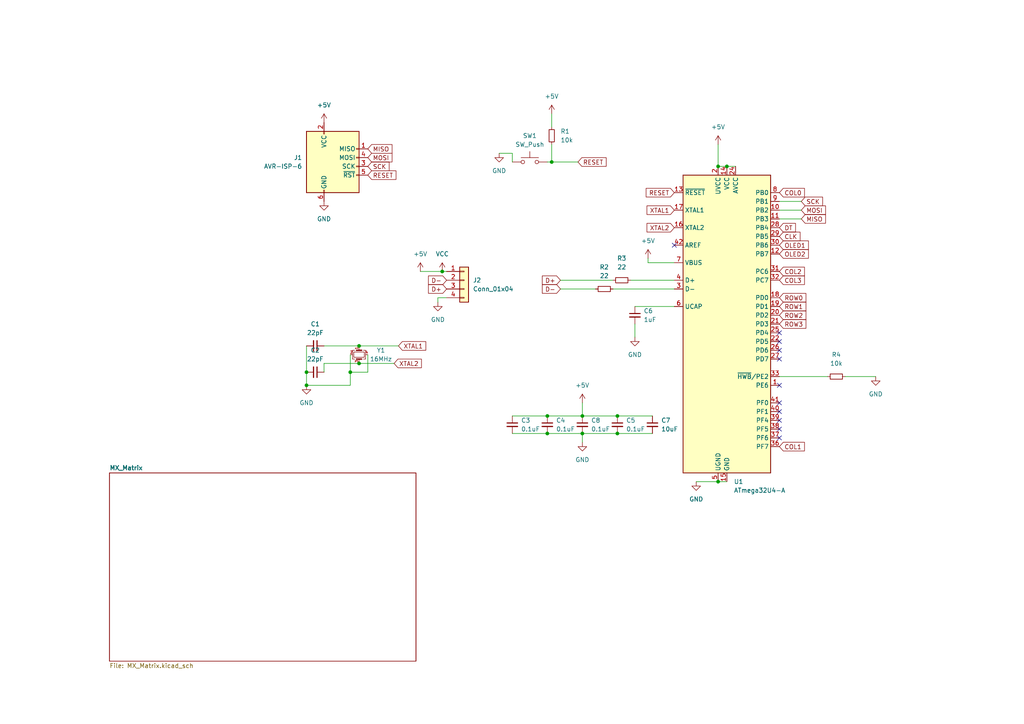
<source format=kicad_sch>
(kicad_sch (version 20211123) (generator eeschema)
  (paper "A4")
  (title_block (title "Nug Macro V3") (rev "V3") (company "MIT Liscence"))
  (lib_symbols
    (symbol "Connector:AVR-ISP-6" (pin_names (offset 1.016))
      (property "Reference" "J" (at -6.35 11.43 0))
      (property "Value" "AVR-ISP-6" (at 0 11.43 0))
      (symbol "AVR-ISP-6_0_1"
        (rectangle (start -2.667 -6.858) (end -2.413 -7.62))
        (rectangle (start -2.667 10.16) (end -2.413 9.398))
        (rectangle (start 7.62 -2.413) (end 6.858 -2.667))
        (rectangle (start 7.62 0.127) (end 6.858 -0.127))
        (rectangle (start 7.62 2.667) (end 6.858 2.413))
        (rectangle (start 7.62 5.207) (end 6.858 4.953))
        (rectangle (start 7.62 10.16) (end -7.62 -7.62) (stroke (width 0.254)) (fill (type background)))
      )
      (symbol "AVR-ISP-6_1_1"
        (pin passive line (at 10.16 5.08 180) (length 2.54) (name "MISO") (number "1"))
        (pin passive line (at -2.54 12.7 270) (length 2.54) (name "VCC") (number "2"))
        (pin passive line (at 10.16 0 180) (length 2.54) (name "SCK") (number "3"))
        (pin passive line (at 10.16 2.54 180) (length 2.54) (name "MOSI") (number "4"))
        (pin passive line (at 10.16 -2.54 180) (length 2.54) (name "~{RST}") (number "5"))
        (pin passive line (at -2.54 -10.16 90) (length 2.54) (name "GND") (number "6"))
      )
    )
    (symbol "Connector_Generic:Conn_01x04" (pin_names (offset 1.016) hide)
      (property "Reference" "J" (at 0 5.08 0))
      (property "Value" "Conn_01x04" (at 0 -7.62 0))
      (symbol "Conn_01x04_1_1"
        (rectangle (start -1.27 -4.953) (end 0 -5.207) (stroke (width 0.1524)))
        (rectangle (start -1.27 -2.413) (end 0 -2.667) (stroke (width 0.1524)))
        (rectangle (start -1.27 0.127) (end 0 -0.127) (stroke (width 0.1524)))
        (rectangle (start -1.27 2.667) (end 0 2.413) (stroke (width 0.1524)))
        (rectangle (start -1.27 3.81) (end 1.27 -6.35) (stroke (width 0.254)) (fill (type background)))
        (pin passive line (at -5.08 2.54 0) (length 3.81) (name "Pin_1") (number "1"))
        (pin passive line (at -5.08 0 0) (length 3.81) (name "Pin_2") (number "2"))
        (pin passive line (at -5.08 -2.54 0) (length 3.81) (name "Pin_3") (number "3"))
        (pin passive line (at -5.08 -5.08 0) (length 3.81) (name "Pin_4") (number "4"))
      )
    )
    (symbol "Device:C_Small" (pin_numbers hide) (pin_names (offset 0.254) hide)
      (property "Reference" "C" (at 0.254 1.778 0))
      (property "Value" "C_Small" (at 0.254 -2.032 0))
      (symbol "C_Small_0_1"
        (polyline (pts (xy -1.524 -0.508) (xy 1.524 -0.508)) (stroke (width 0.3302)))
        (polyline (pts (xy -1.524 0.508) (xy 1.524 0.508)) (stroke (width 0.3048)))
      )
      (symbol "C_Small_1_1"
        (pin passive line (at 0 2.54 270) (length 2.032) (name "~") (number "1"))
        (pin passive line (at 0 -2.54 90) (length 2.032) (name "~") (number "2"))
      )
    )
    (symbol "Device:Crystal_GND24_Small" (pin_names (offset 1.016) hide)
      (property "Reference" "Y" (at 1.27 4.445 0))
      (property "Value" "Crystal_GND24_Small" (at 1.27 2.54 0))
      (symbol "Crystal_GND24_Small_0_1"
        (rectangle (start -0.762 -1.524) (end 0.762 1.524))
        (polyline (pts (xy -1.27 -0.762) (xy -1.27 0.762)) (stroke (width 0.381)))
        (polyline (pts (xy 1.27 -0.762) (xy 1.27 0.762)) (stroke (width 0.381)))
        (polyline (pts (xy -1.27 -1.27) (xy -1.27 -1.905) (xy 1.27 -1.905) (xy 1.27 -1.27)))
        (polyline (pts (xy -1.27 1.27) (xy -1.27 1.905) (xy 1.27 1.905) (xy 1.27 1.27)))
      )
      (symbol "Crystal_GND24_Small_1_1"
        (pin passive line (at -2.54 0 0) (length 1.27) (name "1") (number "1"))
        (pin passive line (at 0 -2.54 90) (length 0.635) (name "2") (number "2"))
        (pin passive line (at 2.54 0 180) (length 1.27) (name "3") (number "3"))
        (pin passive line (at 0 2.54 270) (length 0.635) (name "4") (number "4"))
      )
    )
    (symbol "Device:R_Small" (pin_numbers hide) (pin_names (offset 0.254) hide)
      (property "Reference" "R" (at 0.762 0.508 0))
      (property "Value" "R_Small" (at 0.762 -1.016 0))
      (symbol "R_Small_0_1"
        (rectangle (start -0.762 1.778) (end 0.762 -1.778) (stroke (width 0.2032)))
      )
      (symbol "R_Small_1_1"
        (pin passive line (at 0 2.54 270) (length 0.762) (name "~") (number "1"))
        (pin passive line (at 0 -2.54 90) (length 0.762) (name "~") (number "2"))
      )
    )
    (symbol "MCU_Microchip_ATmega:ATmega32U4-A"
      (property "Reference" "U" (at -12.7 44.45 0))
      (property "Value" "ATmega32U4-A" (at 2.54 -44.45 0))
      (symbol "ATmega32U4-A_0_1"
        (rectangle (start -12.7 -43.18) (end 12.7 43.18) (stroke (width 0.254)) (fill (type background)))
      )
      (symbol "ATmega32U4-A_1_1"
        (pin bidirectional line (at 15.24 -17.78 180) (length 2.54) (name "PE6") (number "1"))
        (pin bidirectional line (at 15.24 33.02 180) (length 2.54) (name "PB2") (number "10"))
        (pin bidirectional line (at 15.24 30.48 180) (length 2.54) (name "PB3") (number "11"))
        (pin bidirectional line (at 15.24 20.32 180) (length 2.54) (name "PB7") (number "12"))
        (pin input line (at -15.24 38.1 0) (length 2.54) (name "~{RESET}") (number "13"))
        (pin power_in line (at 0 45.72 270) (length 2.54) (name "VCC") (number "14"))
        (pin power_in line (at 0 -45.72 90) (length 2.54) (name "GND") (number "15"))
        (pin output line (at -15.24 27.94 0) (length 2.54) (name "XTAL2") (number "16"))
        (pin input line (at -15.24 33.02 0) (length 2.54) (name "XTAL1") (number "17"))
        (pin bidirectional line (at 15.24 7.62 180) (length 2.54) (name "PD0") (number "18"))
        (pin bidirectional line (at 15.24 5.08 180) (length 2.54) (name "PD1") (number "19"))
        (pin power_in line (at -2.54 45.72 270) (length 2.54) (name "UVCC") (number "2"))
        (pin bidirectional line (at 15.24 2.54 180) (length 2.54) (name "PD2") (number "20"))
        (pin bidirectional line (at 15.24 0 180) (length 2.54) (name "PD3") (number "21"))
        (pin bidirectional line (at 15.24 -5.08 180) (length 2.54) (name "PD5") (number "22"))
        (pin passive line (at 0 -45.72 90) (length 2.54) hide (name "GND") (number "23"))
        (pin power_in line (at 2.54 45.72 270) (length 2.54) (name "AVCC") (number "24"))
        (pin bidirectional line (at 15.24 -2.54 180) (length 2.54) (name "PD4") (number "25"))
        (pin bidirectional line (at 15.24 -7.62 180) (length 2.54) (name "PD6") (number "26"))
        (pin bidirectional line (at 15.24 -10.16 180) (length 2.54) (name "PD7") (number "27"))
        (pin bidirectional line (at 15.24 27.94 180) (length 2.54) (name "PB4") (number "28"))
        (pin bidirectional line (at 15.24 25.4 180) (length 2.54) (name "PB5") (number "29"))
        (pin bidirectional line (at -15.24 10.16 0) (length 2.54) (name "D-") (number "3"))
        (pin bidirectional line (at 15.24 22.86 180) (length 2.54) (name "PB6") (number "30"))
        (pin bidirectional line (at 15.24 15.24 180) (length 2.54) (name "PC6") (number "31"))
        (pin bidirectional line (at 15.24 12.7 180) (length 2.54) (name "PC7") (number "32"))
        (pin bidirectional line (at 15.24 -15.24 180) (length 2.54) (name "~{HWB}/PE2") (number "33"))
        (pin passive line (at 0 45.72 270) (length 2.54) hide (name "VCC") (number "34"))
        (pin passive line (at 0 -45.72 90) (length 2.54) hide (name "GND") (number "35"))
        (pin bidirectional line (at 15.24 -35.56 180) (length 2.54) (name "PF7") (number "36"))
        (pin bidirectional line (at 15.24 -33.02 180) (length 2.54) (name "PF6") (number "37"))
        (pin bidirectional line (at 15.24 -30.48 180) (length 2.54) (name "PF5") (number "38"))
        (pin bidirectional line (at 15.24 -27.94 180) (length 2.54) (name "PF4") (number "39"))
        (pin bidirectional line (at -15.24 12.7 0) (length 2.54) (name "D+") (number "4"))
        (pin bidirectional line (at 15.24 -25.4 180) (length 2.54) (name "PF1") (number "40"))
        (pin bidirectional line (at 15.24 -22.86 180) (length 2.54) (name "PF0") (number "41"))
        (pin passive line (at -15.24 22.86 0) (length 2.54) (name "AREF") (number "42"))
        (pin passive line (at 0 -45.72 90) (length 2.54) hide (name "GND") (number "43"))
        (pin passive line (at 2.54 45.72 270) (length 2.54) hide (name "AVCC") (number "44"))
        (pin passive line (at -2.54 -45.72 90) (length 2.54) (name "UGND") (number "5"))
        (pin passive line (at -15.24 5.08 0) (length 2.54) (name "UCAP") (number "6"))
        (pin input line (at -15.24 17.78 0) (length 2.54) (name "VBUS") (number "7"))
        (pin bidirectional line (at 15.24 38.1 180) (length 2.54) (name "PB0") (number "8"))
        (pin bidirectional line (at 15.24 35.56 180) (length 2.54) (name "PB1") (number "9"))
      )
    )
    (symbol "Switch:SW_Push" (pin_numbers hide) (pin_names (offset 1.016) hide)
      (property "Reference" "SW" (at 1.27 2.54 0))
      (property "Value" "SW_Push" (at 0 -1.524 0))
      (symbol "SW_Push_0_1"
        (circle (center -2.032 0) (radius 0.508))
        (polyline (pts (xy 0 1.27) (xy 0 3.048)))
        (polyline (pts (xy 2.54 1.27) (xy -2.54 1.27)))
        (circle (center 2.032 0) (radius 0.508))
        (pin passive line (at -5.08 0 0) (length 2.54) (name "1") (number "1"))
        (pin passive line (at 5.08 0 180) (length 2.54) (name "2") (number "2"))
      )
    )
    (symbol "power:+5V" (power) (pin_names (offset 0))
      (property "Value" "+5V" (at 0 3.556 0))
      (symbol "+5V_0_1"
        (polyline (pts (xy -0.762 1.27) (xy 0 2.54)))
        (polyline (pts (xy 0 0) (xy 0 2.54)))
        (polyline (pts (xy 0 2.54) (xy 0.762 1.27)))
      )
      (symbol "+5V_1_1"
        (pin power_in line (at 0 0 90) (length 0) hide (name "+5V") (number "1"))
      )
    )
    (symbol "power:GND" (power) (pin_names (offset 0))
      (property "Value" "GND" (at 0 -3.81 0))
      (symbol "GND_0_1"
        (polyline (pts (xy 0 0) (xy 0 -1.27) (xy 1.27 -1.27) (xy 0 -2.54) (xy -1.27 -1.27) (xy 0 -1.27)))
      )
      (symbol "GND_1_1"
        (pin power_in line (at 0 0 270) (length 0) hide (name "GND") (number "1"))
      )
    )
    (symbol "power:VCC" (power) (pin_names (offset 0))
      (property "Value" "VCC" (at 0 3.81 0))
      (symbol "VCC_0_1"
        (polyline (pts (xy -0.762 1.27) (xy 0 2.54)))
        (polyline (pts (xy 0 0) (xy 0 2.54)))
        (polyline (pts (xy 0 2.54) (xy 0.762 1.27)))
      )
      (symbol "VCC_1_1"
        (pin power_in line (at 0 0 90) (length 0) hide (name "VCC") (number "1"))
      )
    )
  )
  (junction (at 88.9 111.76))
  (junction (at 160.02 46.99))
  (junction (at 88.9 107.95))
  (junction (at 101.6 107.95))
  (junction (at 104.14 100.33))
  (junction (at 158.75 120.65))
  (junction (at 179.07 120.65))
  (junction (at 158.75 125.73))
  (junction (at 210.82 48.26))
  (junction (at 104.14 105.41))
  (junction (at 128.27 78.74))
  (junction (at 208.28 139.7))
  (junction (at 168.91 125.73))
  (junction (at 179.07 125.73))
  (junction (at 208.28 48.26))
  (junction (at 168.91 120.65))
  (no_connect (at 195.58 71.12))
  (no_connect (at 226.06 119.38))
  (no_connect (at 226.06 124.46))
  (no_connect (at 226.06 127))
  (no_connect (at 226.06 104.14))
  (no_connect (at 226.06 111.76))
  (no_connect (at 226.06 101.6))
  (no_connect (at 226.06 121.92))
  (no_connect (at 226.06 99.06))
  (no_connect (at 226.06 116.84))
  (no_connect (at 226.06 96.52))
  (wire (pts (xy 195.58 76.2) (xy 187.96 76.2)))
  (wire (pts (xy 104.14 100.33) (xy 115.57 100.33)))
  (wire (pts (xy 162.56 81.28) (xy 177.8 81.28)))
  (wire (pts (xy 201.93 139.7) (xy 208.28 139.7)))
  (wire (pts (xy 101.6 111.76) (xy 101.6 107.95)))
  (wire (pts (xy 226.06 60.96) (xy 232.41 60.96)))
  (wire (pts (xy 168.91 125.73) (xy 179.07 125.73)))
  (wire (pts (xy 88.9 107.95) (xy 88.9 111.76)))
  (wire (pts (xy 160.02 33.02) (xy 160.02 36.83)))
  (wire (pts (xy 187.96 76.2) (xy 187.96 74.93)))
  (wire (pts (xy 104.14 105.41) (xy 114.3 105.41)))
  (wire (pts (xy 121.92 78.74) (xy 128.27 78.74)))
  (wire (pts (xy 226.06 58.42) (xy 232.41 58.42)))
  (wire (pts (xy 184.15 93.98) (xy 184.15 97.79)))
  (wire (pts (xy 208.28 139.7) (xy 210.82 139.7)))
  (wire (pts (xy 129.54 86.36) (xy 127 86.36)))
  (wire (pts (xy 208.28 41.91) (xy 208.28 48.26)))
  (wire (pts (xy 177.8 83.82) (xy 195.58 83.82)))
  (wire (pts (xy 160.02 46.99) (xy 167.64 46.99)))
  (wire (pts (xy 93.98 105.41) (xy 93.98 107.95)))
  (wire (pts (xy 148.59 46.99) (xy 148.59 44.45)))
  (wire (pts (xy 210.82 48.26) (xy 213.36 48.26)))
  (wire (pts (xy 182.88 81.28) (xy 195.58 81.28)))
  (wire (pts (xy 179.07 125.73) (xy 189.23 125.73)))
  (wire (pts (xy 168.91 120.65) (xy 179.07 120.65)))
  (wire (pts (xy 168.91 125.73) (xy 168.91 128.27)))
  (wire (pts (xy 101.6 107.95) (xy 101.6 102.87)))
  (wire (pts (xy 158.75 120.65) (xy 168.91 120.65)))
  (wire (pts (xy 128.27 78.74) (xy 129.54 78.74)))
  (wire (pts (xy 148.59 44.45) (xy 144.78 44.45)))
  (wire (pts (xy 226.06 109.22) (xy 240.03 109.22)))
  (wire (pts (xy 184.15 88.9) (xy 195.58 88.9)))
  (wire (pts (xy 88.9 111.76) (xy 101.6 111.76)))
  (wire (pts (xy 226.06 63.5) (xy 232.41 63.5)))
  (wire (pts (xy 104.14 105.41) (xy 93.98 105.41)))
  (wire (pts (xy 148.59 120.65) (xy 158.75 120.65)))
  (wire (pts (xy 172.72 83.82) (xy 162.56 83.82)))
  (wire (pts (xy 179.07 120.65) (xy 189.23 120.65)))
  (wire (pts (xy 104.14 100.33) (xy 93.98 100.33)))
  (wire (pts (xy 106.68 107.95) (xy 101.6 107.95)))
  (wire (pts (xy 106.68 102.87) (xy 106.68 107.95)))
  (wire (pts (xy 148.59 125.73) (xy 158.75 125.73)))
  (wire (pts (xy 158.75 125.73) (xy 168.91 125.73)))
  (wire (pts (xy 168.91 116.84) (xy 168.91 120.65)))
  (wire (pts (xy 160.02 41.91) (xy 160.02 46.99)))
  (wire (pts (xy 88.9 100.33) (xy 88.9 107.95)))
  (wire (pts (xy 158.75 46.99) (xy 160.02 46.99)))
  (wire (pts (xy 245.11 109.22) (xy 254 109.22)))
  (wire (pts (xy 127 86.36) (xy 127 87.63)))
  (wire (pts (xy 208.28 48.26) (xy 210.82 48.26)))
  (global_label "D-" (shape input) (at 162.56 83.82 180) (property "Intersheet References" "${INTERSHEET_REFS}" (effects hide)))
  (global_label "ROW3" (shape input) (at 226.06 93.98 0) (property "Intersheet References" "${INTERSHEET_REFS}" (effects hide)))
  (global_label "DT" (shape input) (at 226.06 66.04 0) (property "Intersheet References" "${INTERSHEET_REFS}" (effects hide)))
  (global_label "D+" (shape input) (at 162.56 81.28 180) (property "Intersheet References" "${INTERSHEET_REFS}" (effects hide)))
  (global_label "ROW0" (shape input) (at 226.06 86.36 0) (property "Intersheet References" "${INTERSHEET_REFS}" (effects hide)))
  (global_label "RESET" (shape input) (at 195.58 55.88 180) (property "Intersheet References" "${INTERSHEET_REFS}" (effects hide)))
  (global_label "XTAL2" (shape input) (at 114.3 105.41 0) (property "Intersheet References" "${INTERSHEET_REFS}" (effects hide)))
  (global_label "COL0" (shape input) (at 226.06 55.88 0) (property "Intersheet References" "${INTERSHEET_REFS}" (effects hide)))
  (global_label "D-" (shape input) (at 129.54 81.28 180) (property "Intersheet References" "${INTERSHEET_REFS}" (effects hide)))
  (global_label "MOSI" (shape input) (at 106.68 45.72 0) (property "Intersheet References" "${INTERSHEET_REFS}" (effects hide)))
  (global_label "COL2" (shape input) (at 226.06 78.74 0) (property "Intersheet References" "${INTERSHEET_REFS}" (effects hide)))
  (global_label "COL3" (shape input) (at 226.06 81.28 0) (property "Intersheet References" "${INTERSHEET_REFS}" (effects hide)))
  (global_label "OLED2" (shape input) (at 226.06 73.66 0) (property "Intersheet References" "${INTERSHEET_REFS}" (effects hide)))
  (global_label "XTAL1" (shape input) (at 115.57 100.33 0) (property "Intersheet References" "${INTERSHEET_REFS}" (effects hide)))
  (global_label "MOSI" (shape input) (at 232.41 60.96 0) (property "Intersheet References" "${INTERSHEET_REFS}" (effects hide)))
  (global_label "ROW1" (shape input) (at 226.06 88.9 0) (property "Intersheet References" "${INTERSHEET_REFS}" (effects hide)))
  (global_label "SCK" (shape input) (at 232.41 58.42 0) (property "Intersheet References" "${INTERSHEET_REFS}" (effects hide)))
  (global_label "SCK" (shape input) (at 106.68 48.26 0) (property "Intersheet References" "${INTERSHEET_REFS}" (effects hide)))
  (global_label "XTAL1" (shape input) (at 195.58 60.96 180) (property "Intersheet References" "${INTERSHEET_REFS}" (effects hide)))
  (global_label "COL1" (shape input) (at 226.06 129.54 0) (property "Intersheet References" "${INTERSHEET_REFS}" (effects hide)))
  (global_label "RESET" (shape input) (at 106.68 50.8 0) (property "Intersheet References" "${INTERSHEET_REFS}" (effects hide)))
  (global_label "CLK" (shape input) (at 226.06 68.58 0) (property "Intersheet References" "${INTERSHEET_REFS}" (effects hide)))
  (global_label "ROW2" (shape input) (at 226.06 91.44 0) (property "Intersheet References" "${INTERSHEET_REFS}" (effects hide)))
  (global_label "MISO" (shape input) (at 106.68 43.18 0) (property "Intersheet References" "${INTERSHEET_REFS}" (effects hide)))
  (global_label "RESET" (shape input) (at 167.64 46.99 0) (property "Intersheet References" "${INTERSHEET_REFS}" (effects hide)))
  (global_label "XTAL2" (shape input) (at 195.58 66.04 180) (property "Intersheet References" "${INTERSHEET_REFS}" (effects hide)))
  (global_label "MISO" (shape input) (at 232.41 63.5 0) (property "Intersheet References" "${INTERSHEET_REFS}" (effects hide)))
  (global_label "OLED1" (shape input) (at 226.06 71.12 0) (property "Intersheet References" "${INTERSHEET_REFS}" (effects hide)))
  (global_label "D+" (shape input) (at 129.54 83.82 180) (property "Intersheet References" "${INTERSHEET_REFS}" (effects hide)))
  (symbol (lib_id "Connector_Generic:Conn_01x04") (at 134.62 81.28 0) (unit 1)
    (property "Reference" "J2" (at 137.16 81.2799 0) (effects (justify left)))
    (property "Value" "Conn_01x04" (at 137.16 83.8199 0) (effects (justify left)))
    (property "Footprint" "random-keyboard-parts:JST-SR-4" (effects hide))
  )
  (symbol (lib_id "power:+5V") (at 93.98 35.56 0) (unit 1)
    (property "Reference" "#PWR0102" (effects hide))
    (property "Value" "+5V" (at 93.98 30.48 0))
  )
  (symbol (lib_id "power:+5V") (at 121.92 78.74 0) (unit 1)
    (property "Reference" "#PWR0106" (effects hide))
    (property "Value" "+5V" (at 121.92 73.66 0))
  )
  (symbol (lib_id "power:+5V") (at 208.28 41.91 0) (unit 1)
    (property "Reference" "#PWR0113" (effects hide))
    (property "Value" "+5V" (at 208.28 36.83 0))
  )
  (symbol (lib_id "power:GND") (at 201.93 139.7 0) (unit 1)
    (property "Reference" "#PWR0115" (effects hide))
    (property "Value" "GND" (at 201.93 144.78 0))
  )
  (symbol (lib_id "power:GND") (at 93.98 58.42 0) (unit 1)
    (property "Reference" "#PWR0101" (effects hide))
    (property "Value" "GND" (at 93.98 63.5 0))
  )
  (symbol (lib_id "power:GND") (at 88.9 111.76 0) (unit 1)
    (property "Reference" "#PWR0110" (effects hide))
    (property "Value" "GND" (at 88.9 116.84 0))
  )
  (symbol (lib_id "Device:C_Small") (at 184.15 91.44 0) (unit 1)
    (property "Reference" "C6" (at 186.69 90.1762 0) (effects (justify left)))
    (property "Value" "1uF" (at 186.69 92.7162 0) (effects (justify left)))
    (property "Footprint" "Capacitor_SMD:C_0805_2012Metric" (effects hide))
  )
  (symbol (lib_id "Device:R_Small") (at 242.57 109.22 270) (unit 1)
    (property "Reference" "R4" (at 242.57 102.87 90))
    (property "Value" "10k" (at 242.57 105.41 90))
    (property "Footprint" "Resistor_SMD:R_0805_2012Metric" (effects hide))
  )
  (symbol (lib_id "power:+5V") (at 187.96 74.93 0) (unit 1)
    (property "Reference" "#PWR0112" (effects hide))
    (property "Value" "+5V" (at 187.96 69.85 0))
  )
  (symbol (lib_id "power:GND") (at 144.78 44.45 0) (unit 1)
    (property "Reference" "#PWR0104" (effects hide))
    (property "Value" "GND" (at 144.78 49.53 0))
  )
  (symbol (lib_id "Device:C_Small") (at 189.23 123.19 0) (unit 1)
    (property "Reference" "C7" (at 191.77 121.9262 0) (effects (justify left)))
    (property "Value" "10uF" (at 191.77 124.4662 0) (effects (justify left)))
    (property "Footprint" "Capacitor_SMD:C_0805_2012Metric" (effects hide))
  )
  (symbol (lib_id "Device:C_Small") (at 91.44 107.95 270) (unit 1)
    (property "Reference" "C2" (at 91.44 101.6 90))
    (property "Value" "22pF" (at 91.44 104.14 90))
    (property "Footprint" "Capacitor_SMD:C_0805_2012Metric" (effects hide))
  )
  (symbol (lib_id "power:GND") (at 184.15 97.79 0) (unit 1)
    (property "Reference" "#PWR0111" (effects hide))
    (property "Value" "GND" (at 184.15 102.87 0))
  )
  (symbol (lib_id "Connector:AVR-ISP-6") (at 96.52 48.26 0) (unit 1)
    (property "Reference" "J1" (at 87.63 45.7199 0) (effects (justify right)))
    (property "Value" "AVR-ISP-6" (at 87.63 48.2599 0) (effects (justify right)))
    (property "Footprint" "random-keyboard-parts:Reset_Pretty-Mask" (effects hide))
    (property "Datasheet" " ~" (effects hide))
  )
  (symbol (lib_id "power:+5V") (at 168.91 116.84 0) (unit 1)
    (property "Reference" "#PWR0109" (effects hide))
    (property "Value" "+5V" (at 168.91 111.76 0))
  )
  (symbol (lib_id "Device:C_Small") (at 91.44 100.33 270) (unit 1)
    (property "Reference" "C1" (at 91.4336 93.98 90))
    (property "Value" "22pF" (at 91.4336 96.52 90))
    (property "Footprint" "Capacitor_SMD:C_0805_2012Metric" (effects hide))
  )
  (symbol (lib_id "Switch:SW_Push") (at 153.67 46.99 0) (unit 1)
    (property "Reference" "SW1" (at 153.67 39.37 0))
    (property "Value" "SW_Push" (at 153.67 41.91 0))
    (property "Footprint" "random-keyboard-parts:SKQG-1155865" (effects hide))
  )
  (symbol (lib_id "Device:C_Small") (at 168.91 123.19 0) (unit 1)
    (property "Reference" "C8" (at 171.45 121.9262 0) (effects (justify left)))
    (property "Value" "0.1uF" (at 171.45 124.4662 0) (effects (justify left)))
    (property "Footprint" "Capacitor_SMD:C_0805_2012Metric" (effects hide))
  )
  (symbol (lib_id "Device:R_Small") (at 160.02 39.37 0) (unit 1)
    (property "Reference" "R1" (at 162.56 38.0999 0) (effects (justify left)))
    (property "Value" "10k" (at 162.56 40.6399 0) (effects (justify left)))
    (property "Footprint" "Resistor_SMD:R_0805_2012Metric" (effects hide))
  )
  (symbol (lib_id "Device:C_Small") (at 179.07 123.19 0) (unit 1)
    (property "Reference" "C5" (at 181.61 121.9262 0) (effects (justify left)))
    (property "Value" "0.1uF" (at 181.61 124.4662 0) (effects (justify left)))
    (property "Footprint" "Capacitor_SMD:C_0805_2012Metric" (effects hide))
  )
  (symbol (lib_id "power:GND") (at 127 87.63 0) (unit 1)
    (property "Reference" "#PWR0107" (effects hide))
    (property "Value" "GND" (at 127 92.71 0))
  )
  (symbol (lib_id "power:GND") (at 254 109.22 0) (unit 1)
    (property "Reference" "#PWR0114" (effects hide))
    (property "Value" "GND" (at 254 114.3 0))
  )
  (symbol (lib_id "Device:R_Small") (at 175.26 83.82 270) (unit 1)
    (property "Reference" "R2" (at 175.26 77.47 90))
    (property "Value" "22" (at 175.26 80.01 90))
    (property "Footprint" "Resistor_SMD:R_0805_2012Metric" (effects hide))
  )
  (symbol (lib_id "Device:Crystal_GND24_Small") (at 104.14 102.87 270) (unit 1)
    (property "Reference" "Y1" (at 110.49 101.6 90))
    (property "Value" "16MHz" (at 110.49 104.14 90))
    (property "Footprint" "Crystal:Crystal_SMD_3225-4Pin_3.2x2.5mm" (effects hide))
  )
  (symbol (lib_id "Device:R_Small") (at 180.34 81.28 270) (unit 1)
    (property "Reference" "R3" (at 180.34 74.93 90))
    (property "Value" "22" (at 180.34 77.47 90))
    (property "Footprint" "Resistor_SMD:R_0805_2012Metric" (effects hide))
  )
  (symbol (lib_id "power:GND") (at 168.91 128.27 0) (unit 1)
    (property "Reference" "#PWR0108" (effects hide))
    (property "Value" "GND" (at 168.91 133.35 0))
  )
  (symbol (lib_id "Device:C_Small") (at 148.59 123.19 0) (unit 1)
    (property "Reference" "C3" (at 151.13 121.9262 0) (effects (justify left)))
    (property "Value" "0.1uF" (at 151.13 124.4662 0) (effects (justify left)))
    (property "Footprint" "Capacitor_SMD:C_0805_2012Metric" (effects hide))
  )
  (symbol (lib_id "power:VCC") (at 128.27 78.74 0) (unit 1)
    (property "Reference" "#PWR0105" (effects hide))
    (property "Value" "VCC" (at 128.27 73.66 0))
  )
  (symbol (lib_id "MCU_Microchip_ATmega:ATmega32U4-A") (at 210.82 93.98 0) (unit 1)
    (property "Reference" "U1" (at 212.8394 139.7 0) (effects (justify left)))
    (property "Value" "ATmega32U4-A" (at 212.8394 142.24 0) (effects (justify left)))
    (property "Footprint" "Package_QFP:TQFP-44_10x10mm_P0.8mm" (effects hide))
    (property "Datasheet" "http://ww1.microchip.com/downloads/en/DeviceDoc/Atmel-7766-8-bit-AVR-ATmega16U4-32U4_Datasheet.pdf" (effects hide))
  )
  (symbol (lib_id "Device:C_Small") (at 158.75 123.19 0) (unit 1)
    (property "Reference" "C4" (at 161.29 121.9262 0) (effects (justify left)))
    (property "Value" "0.1uF" (at 161.29 124.4662 0) (effects (justify left)))
    (property "Footprint" "Capacitor_SMD:C_0805_2012Metric" (effects hide))
  )
  (symbol (lib_id "power:+5V") (at 160.02 33.02 0) (unit 1)
    (property "Reference" "#PWR0103" (effects hide))
    (property "Value" "+5V" (at 160.02 27.94 0))
  )
  (sheet (at 31.75 137.16) (size 88.9 54.61) (stroke (width 0.1524))
    (property "Sheet name" "MX_Matrix" (at 31.75 136.4484 0) (effects (font bold) (justify left bottom)))
    (property "Sheet file" "MX_Matrix.kicad_sch" (at 31.75 192.3546 0) (effects (justify left top)))
  )
)
</source>
